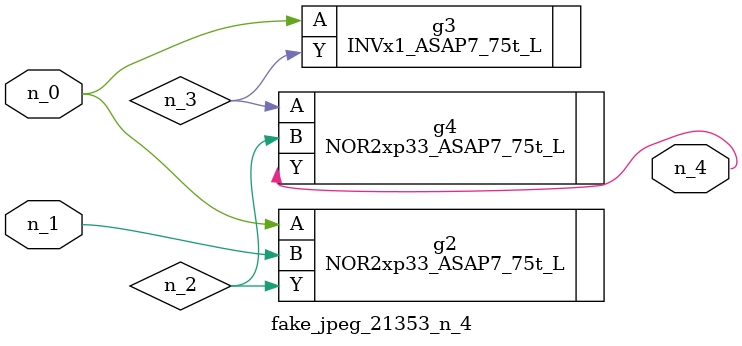
<source format=v>
module fake_jpeg_21353_n_4 (n_0, n_1, n_4);

input n_0;
input n_1;

output n_4;

wire n_3;
wire n_2;

NOR2xp33_ASAP7_75t_L g2 ( 
.A(n_0),
.B(n_1),
.Y(n_2)
);

INVx1_ASAP7_75t_L g3 ( 
.A(n_0),
.Y(n_3)
);

NOR2xp33_ASAP7_75t_L g4 ( 
.A(n_3),
.B(n_2),
.Y(n_4)
);


endmodule
</source>
